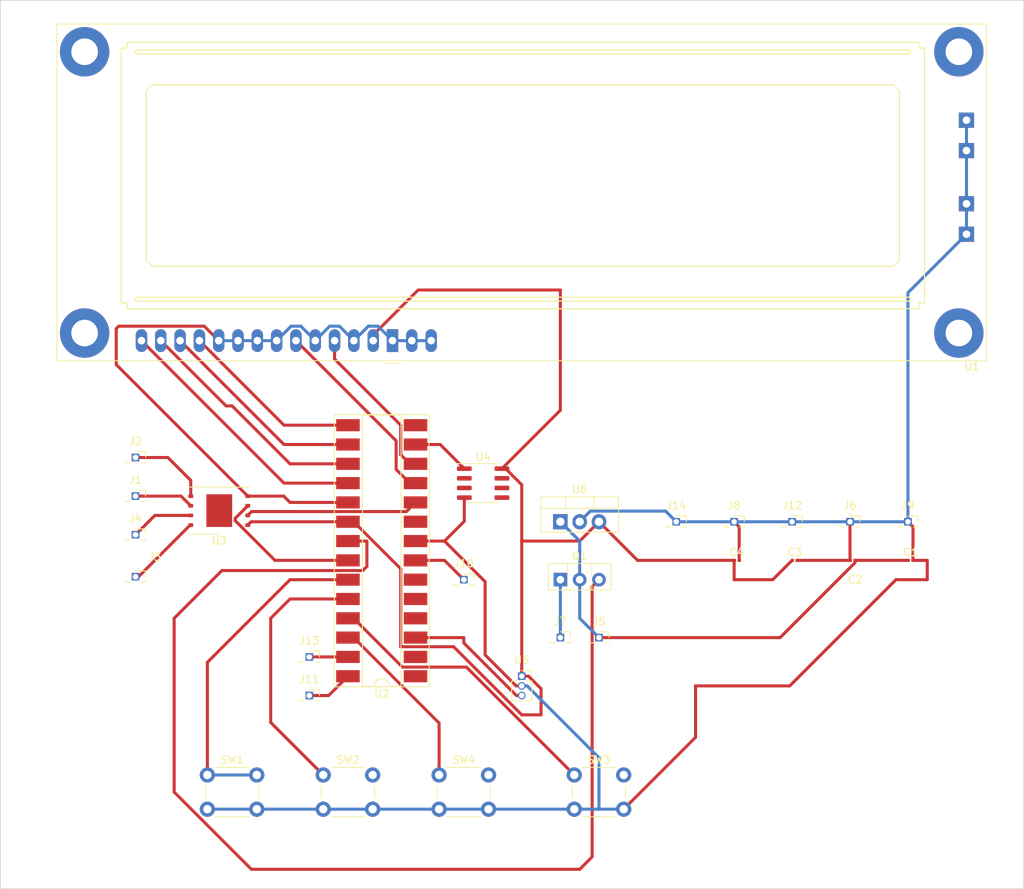
<source format=kicad_pcb>
(kicad_pcb (version 20221018) (generator pcbnew)
  (layers (0 "F.Cu" signal) (31 "B.Cu" signal) (34 "B.Paste" user) (35 "F.Paste" user) (36 "B.SilkS" user "B.Silkscreen") (37 "F.SilkS" user "F.Silkscreen") (38 "B.Mask" user) (39 "F.Mask" user) (44 "Edge.Cuts" user))
  (net 0 "")
  (net 1 "GND")
  (net 2 "+12V")
  (net 3 "Net-(Q1-B)")
  (net 4 "Net-(U2-P1C{slash}AN10{slash}RB1)")
  (net 5 "Net-(U2-P1B{slash}AN8{slash}RB2)")
  (net 6 "Net-(U2-PGM{slash}C12IN2-{slash}AN8{slash}RB3)")
  (net 7 "Net-(U2-P1D{slash}AN11{slash}RB4)")
  (net 8 "Net-(U1-RS)")
  (net 9 "Net-(U1-E)")
  (net 10 "Net-(U1-DB4)")
  (net 11 "Net-(U1-DB5)")
  (net 12 "Net-(U1-DB6)")
  (net 13 "Net-(U1-DB7)")
  (net 16 "Net-(U2-C12IN1-{slash}AN1{slash}RA1)")
  (net 20 "Net-(U2-CLKOUT{slash}OSC2{slash}RA6)")
  (net 27 "Net-(U1-VDD)")
  (net 28 "Net-(J1-Pin_1)")
  (net 29 "Net-(J2-Pin_1)")
  (net 30 "Net-(J3-Pin_1)")
  (net 31 "Net-(J4-Pin_1)")
  (net 32 "Net-(J7-Pin_1)")
  (net 33 "Net-(J10-Pin_1)")
  (net 34 "Net-(J11-Pin_1)")
  (net 35 "Net-(J13-Pin_1)")
  (net 36 "Net-(U2-RC2{slash}P1A{slash}CCP1)")
  (net 37 "Net-(U2-~{T1G}{slash}AN13{slash}RB5)")
  (footprint "Package_TO_SOT_THT:TO-126-3_Vertical" (layer "F.Cu") (at 195.58 93.98)
    (fp_text reference "Q1" (at 2.54 -3.12) (layer "F.SilkS"))
    (fp_text value "BD135")
    (fp_line (start -1.58 -2.12) (end -1.58 1.37) (stroke (width 0.12)) (layer "F.SilkS"))
    (fp_line (start -1.58 -2.12) (end 6.66 -2.12) (stroke (width 0.12)) (layer "F.SilkS"))
    (fp_line (start -1.58 1.37) (end 6.66 1.37) (stroke (width 0.12)) (layer "F.SilkS"))
    (fp_line (start 0.94 -2.12) (end 0.94 -1.05) (stroke (width 0.12)) (layer "F.SilkS"))
    (fp_line (start 0.94 1.05) (end 0.94 1.37) (stroke (width 0.12)) (layer "F.SilkS"))
    (fp_line (start 4.141 -2.12) (end 4.141 -0.54) (stroke (width 0.12)) (layer "F.SilkS"))
    (fp_line (start 4.141 0.54) (end 4.141 1.37) (stroke (width 0.12)) (layer "F.SilkS"))
    (fp_line (start 6.66 -2.12) (end 6.66 1.37) (stroke (width 0.12)) (layer "F.SilkS"))
    (pad "1" thru_hole rect (at 0 0) (size 1.8 1.8) (drill 1) (layers "*.Cu" "*.Mask") (net 32 "Net-(J7-Pin_1)"))
    (pad "2" thru_hole oval (at 2.54 0) (size 1.8 1.8) (drill 1) (layers "*.Cu" "*.Mask") (net 2 "+12V"))
    (pad "3" thru_hole oval (at 5.08 0) (size 1.8 1.8) (drill 1) (layers "*.Cu" "*.Mask") (net 3 "Net-(Q1-B)"))
  )
  (footprint "Connector_PinSocket_1.27mm:PinSocket_1x01_P1.27mm_Vertical" (layer "F.Cu") (at 139.7 82.99)
    (fp_text reference "J1" (at 0 -2.135) (layer "F.SilkS"))
    (fp_text value "110V")
    (fp_line (start -1.33 0.575) (end -1.33 0.695) (stroke (width 0.12)) (layer "F.SilkS"))
    (fp_line (start -1.33 0.695) (end -0.76 0.695) (stroke (width 0.12)) (layer "F.SilkS"))
    (fp_line (start 0 -0.76) (end 1.33 -0.76) (stroke (width 0.12)) (layer "F.SilkS"))
    (fp_line (start 0.76 0.695) (end 1.33 0.695) (stroke (width 0.12)) (layer "F.SilkS"))
    (fp_line (start 1.33 -0.76) (end 1.33 0) (stroke (width 0.12)) (layer "F.SilkS"))
    (fp_line (start 1.33 0.575) (end 1.33 0.695) (stroke (width 0.12)) (layer "F.SilkS"))
    (pad "1" thru_hole rect (at 0 0) (size 1 1) (drill 0.7) (layers "*.Cu" "*.Mask") (net 28 "Net-(J1-Pin_1)"))
  )
  (footprint "Button_Switch_THT:SW_PUSH_6mm" (layer "F.Cu") (at 149.15 119.67)
    (fp_text reference "SW1" (at 3.25 -2) (layer "F.SilkS"))
    (fp_text value "SW_Push")
    (fp_line (start -0.25 1.5) (end -0.25 3) (stroke (width 0.12)) (layer "F.SilkS"))
    (fp_line (start 1 5.5) (end 5.5 5.5) (stroke (width 0.12)) (layer "F.SilkS"))
    (fp_line (start 5.5 -1) (end 1 -1) (stroke (width 0.12)) (layer "F.SilkS"))
    (fp_line (start 6.75 3) (end 6.75 1.5) (stroke (width 0.12)) (layer "F.SilkS"))
    (pad "1" thru_hole circle (at 0 0 90) (size 2 2) (drill 1.1) (layers "*.Cu" "*.Mask") (net 5 "Net-(U2-P1B{slash}AN8{slash}RB2)"))
    (pad "1" thru_hole circle (at 6.5 0 90) (size 2 2) (drill 1.1) (layers "*.Cu" "*.Mask") (net 5 "Net-(U2-P1B{slash}AN8{slash}RB2)"))
    (pad "2" thru_hole circle (at 0 4.5 90) (size 2 2) (drill 1.1) (layers "*.Cu" "*.Mask") (net 1 "GND"))
    (pad "2" thru_hole circle (at 6.5 4.5 90) (size 2 2) (drill 1.1) (layers "*.Cu" "*.Mask") (net 1 "GND"))
  )
  (footprint "Button_Switch_THT:SW_PUSH_6mm" (layer "F.Cu") (at 179.63 119.67)
    (fp_text reference "SW4" (at 3.25 -2) (layer "F.SilkS"))
    (fp_text value "SW_Push")
    (fp_line (start -0.25 1.5) (end -0.25 3) (stroke (width 0.12)) (layer "F.SilkS"))
    (fp_line (start 1 5.5) (end 5.5 5.5) (stroke (width 0.12)) (layer "F.SilkS"))
    (fp_line (start 5.5 -1) (end 1 -1) (stroke (width 0.12)) (layer "F.SilkS"))
    (fp_line (start 6.75 3) (end 6.75 1.5) (stroke (width 0.12)) (layer "F.SilkS"))
    (pad "1" thru_hole circle (at 0 0 90) (size 2 2) (drill 1.1) (layers "*.Cu" "*.Mask") (net 37 "Net-(U2-~{T1G}{slash}AN13{slash}RB5)"))
    (pad "1" thru_hole circle (at 6.5 0 90) (size 2 2) (drill 1.1) (layers "*.Cu" "*.Mask") (net 37 "Net-(U2-~{T1G}{slash}AN13{slash}RB5)"))
    (pad "2" thru_hole circle (at 0 4.5 90) (size 2 2) (drill 1.1) (layers "*.Cu" "*.Mask") (net 1 "GND"))
    (pad "2" thru_hole circle (at 6.5 4.5 90) (size 2 2) (drill 1.1) (layers "*.Cu" "*.Mask") (net 1 "GND"))
  )
  (footprint "Button_Switch_THT:SW_PUSH_6mm" (layer "F.Cu") (at 197.41 119.67)
    (fp_text reference "SW3" (at 3.25 -2) (layer "F.SilkS"))
    (fp_text value "SW_Push")
    (fp_line (start -0.25 1.5) (end -0.25 3) (stroke (width 0.12)) (layer "F.SilkS"))
    (fp_line (start 1 5.5) (end 5.5 5.5) (stroke (width 0.12)) (layer "F.SilkS"))
    (fp_line (start 5.5 -1) (end 1 -1) (stroke (width 0.12)) (layer "F.SilkS"))
    (fp_line (start 6.75 3) (end 6.75 1.5) (stroke (width 0.12)) (layer "F.SilkS"))
    (pad "1" thru_hole circle (at 0 0 90) (size 2 2) (drill 1.1) (layers "*.Cu" "*.Mask") (net 7 "Net-(U2-P1D{slash}AN11{slash}RB4)"))
    (pad "1" thru_hole circle (at 6.5 0 90) (size 2 2) (drill 1.1) (layers "*.Cu" "*.Mask") (net 7 "Net-(U2-P1D{slash}AN11{slash}RB4)"))
    (pad "2" thru_hole circle (at 0 4.5 90) (size 2 2) (drill 1.1) (layers "*.Cu" "*.Mask") (net 1 "GND"))
    (pad "2" thru_hole circle (at 6.5 4.5 90) (size 2 2) (drill 1.1) (layers "*.Cu" "*.Mask") (net 1 "GND"))
  )
  (footprint "Connector_PinSocket_1.27mm:PinSocket_1x01_P1.27mm_Vertical" (layer "F.Cu") (at 139.7 93.59)
    (fp_text reference "J3" (at 2.54 -2.575) (layer "F.SilkS"))
    (fp_text value "Lampada-")
    (fp_line (start -1.33 0.575) (end -1.33 0.695) (stroke (width 0.12)) (layer "F.SilkS"))
    (fp_line (start -1.33 0.695) (end -0.76 0.695) (stroke (width 0.12)) (layer "F.SilkS"))
    (fp_line (start 0 -0.76) (end 1.33 -0.76) (stroke (width 0.12)) (layer "F.SilkS"))
    (fp_line (start 0.76 0.695) (end 1.33 0.695) (stroke (width 0.12)) (layer "F.SilkS"))
    (fp_line (start 1.33 -0.76) (end 1.33 0) (stroke (width 0.12)) (layer "F.SilkS"))
    (fp_line (start 1.33 0.575) (end 1.33 0.695) (stroke (width 0.12)) (layer "F.SilkS"))
    (pad "1" thru_hole rect (at 0 0) (size 1 1) (drill 0.7) (layers "*.Cu" "*.Mask") (net 30 "Net-(J3-Pin_1)"))
  )
  (footprint "Capacitor_SMD:C_0201_0603Metric" (layer "F.Cu") (at 226.405 91.44)
    (fp_text reference "C3" (at 0 -1.05) (layer "F.SilkS"))
    (fp_text value "0.1uf")
    (pad "1" smd roundrect (at -0.32 0) (size 0.46 0.4) (layers "F.Cu" "F.Mask") (net 27 "Net-(U1-VDD)"))
    (pad "2" smd roundrect (at 0.32 0) (size 0.46 0.4) (layers "F.Cu" "F.Mask") (net 1 "GND"))
  )
  (footprint "Capacitor_SMD:C_0201_0603Metric" (layer "F.Cu") (at 234.025 91.44 180)
    (fp_text reference "C2" (at -0.345 -2.54) (layer "F.SilkS"))
    (fp_text value "0.1uf")
    (pad "1" smd roundrect (at -0.32 0 180) (size 0.46 0.4) (layers "F.Cu" "F.Mask") (net 2 "+12V"))
    (pad "2" smd roundrect (at 0.32 0 180) (size 0.46 0.4) (layers "F.Cu" "F.Mask") (net 1 "GND"))
  )
  (footprint "Connector_PinSocket_1.27mm:PinSocket_1x01_P1.27mm_Vertical" (layer "F.Cu") (at 233.68 86.36)
    (fp_text reference "J6" (at 0 -2.135) (layer "F.SilkS"))
    (fp_text value "GND")
    (fp_line (start -1.33 0.575) (end -1.33 0.695) (stroke (width 0.12)) (layer "F.SilkS"))
    (fp_line (start -1.33 0.695) (end -0.76 0.695) (stroke (width 0.12)) (layer "F.SilkS"))
    (fp_line (start 0 -0.76) (end 1.33 -0.76) (stroke (width 0.12)) (layer "F.SilkS"))
    (fp_line (start 0.76 0.695) (end 1.33 0.695) (stroke (width 0.12)) (layer "F.SilkS"))
    (fp_line (start 1.33 -0.76) (end 1.33 0) (stroke (width 0.12)) (layer "F.SilkS"))
    (fp_line (start 1.33 0.575) (end 1.33 0.695) (stroke (width 0.12)) (layer "F.SilkS"))
    (pad "1" thru_hole rect (at 0 0) (size 1 1) (drill 0.7) (layers "*.Cu" "*.Mask") (net 1 "GND"))
  )
  (footprint "Connector_PinSocket_1.27mm:PinSocket_1x01_P1.27mm_Vertical" (layer "F.Cu") (at 139.7 77.91)
    (fp_text reference "J2" (at 0 -2.135) (layer "F.SilkS"))
    (fp_text value "GNDAC")
    (fp_line (start -1.33 0.575) (end -1.33 0.695) (stroke (width 0.12)) (layer "F.SilkS"))
    (fp_line (start -1.33 0.695) (end -0.76 0.695) (stroke (width 0.12)) (layer "F.SilkS"))
    (fp_line (start 0 -0.76) (end 1.33 -0.76) (stroke (width 0.12)) (layer "F.SilkS"))
    (fp_line (start 0.76 0.695) (end 1.33 0.695) (stroke (width 0.12)) (layer "F.SilkS"))
    (fp_line (start 1.33 -0.76) (end 1.33 0) (stroke (width 0.12)) (layer "F.SilkS"))
    (fp_line (start 1.33 0.575) (end 1.33 0.695) (stroke (width 0.12)) (layer "F.SilkS"))
    (pad "1" thru_hole rect (at 0 0) (size 1 1) (drill 0.7) (layers "*.Cu" "*.Mask") (net 29 "Net-(J2-Pin_1)"))
  )
  (footprint "Connector_PinSocket_1.27mm:PinSocket_1x01_P1.27mm_Vertical" (layer "F.Cu") (at 226.06 86.36)
    (fp_text reference "J12" (at 0 -2.135) (layer "F.SilkS"))
    (fp_text value "Heater-")
    (fp_line (start -1.33 0.575) (end -1.33 0.695) (stroke (width 0.12)) (layer "F.SilkS"))
    (fp_line (start -1.33 0.695) (end -0.76 0.695) (stroke (width 0.12)) (layer "F.SilkS"))
    (fp_line (start 0 -0.76) (end 1.33 -0.76) (stroke (width 0.12)) (layer "F.SilkS"))
    (fp_line (start 0.76 0.695) (end 1.33 0.695) (stroke (width 0.12)) (layer "F.SilkS"))
    (fp_line (start 1.33 -0.76) (end 1.33 0) (stroke (width 0.12)) (layer "F.SilkS"))
    (fp_line (start 1.33 0.575) (end 1.33 0.695) (stroke (width 0.12)) (layer "F.SilkS"))
    (pad "1" thru_hole rect (at 0 0) (size 1 1) (drill 0.7) (layers "*.Cu" "*.Mask") (net 1 "GND"))
  )
  (footprint "Connector_PinSocket_1.27mm:PinSocket_1x01_P1.27mm_Vertical" (layer "F.Cu") (at 218.44 86.36)
    (fp_text reference "J8" (at 0 -2.135) (layer "F.SilkS"))
    (fp_text value "Motor-")
    (fp_line (start -1.33 0.575) (end -1.33 0.695) (stroke (width 0.12)) (layer "F.SilkS"))
    (fp_line (start -1.33 0.695) (end -0.76 0.695) (stroke (width 0.12)) (layer "F.SilkS"))
    (fp_line (start 0 -0.76) (end 1.33 -0.76) (stroke (width 0.12)) (layer "F.SilkS"))
    (fp_line (start 0.76 0.695) (end 1.33 0.695) (stroke (width 0.12)) (layer "F.SilkS"))
    (fp_line (start 1.33 -0.76) (end 1.33 0) (stroke (width 0.12)) (layer "F.SilkS"))
    (fp_line (start 1.33 0.575) (end 1.33 0.695) (stroke (width 0.12)) (layer "F.SilkS"))
    (pad "1" thru_hole rect (at 0 0) (size 1 1) (drill 0.7) (layers "*.Cu" "*.Mask") (net 1 "GND"))
  )
  (footprint "Connector_PinSocket_1.27mm:PinSocket_1x01_P1.27mm_Vertical" (layer "F.Cu") (at 200.66 101.6)
    (fp_text reference "J5" (at 0 -2.135) (layer "F.SilkS"))
    (fp_text value "12V")
    (fp_line (start -1.33 0.575) (end -1.33 0.695) (stroke (width 0.12)) (layer "F.SilkS"))
    (fp_line (start -1.33 0.695) (end -0.76 0.695) (stroke (width 0.12)) (layer "F.SilkS"))
    (fp_line (start 0 -0.76) (end 1.33 -0.76) (stroke (width 0.12)) (layer "F.SilkS"))
    (fp_line (start 0.76 0.695) (end 1.33 0.695) (stroke (width 0.12)) (layer "F.SilkS"))
    (fp_line (start 1.33 -0.76) (end 1.33 0) (stroke (width 0.12)) (layer "F.SilkS"))
    (fp_line (start 1.33 0.575) (end 1.33 0.695) (stroke (width 0.12)) (layer "F.SilkS"))
    (pad "1" thru_hole rect (at 0 0) (size 1 1) (drill 0.7) (layers "*.Cu" "*.Mask") (net 2 "+12V"))
  )
  (footprint "Capacitor_SMD:C_0201_0603Metric" (layer "F.Cu") (at 241.645 91.44)
    (fp_text reference "C1" (at 0 -1.05) (layer "F.SilkS"))
    (fp_text value "470uf")
    (pad "1" smd roundrect (at -0.32 0) (size 0.46 0.4) (layers "F.Cu" "F.Mask") (net 2 "+12V"))
    (pad "2" smd roundrect (at 0.32 0) (size 0.46 0.4) (layers "F.Cu" "F.Mask") (net 1 "GND"))
  )
  (footprint "Connector_PinSocket_1.27mm:PinSocket_1x01_P1.27mm_Vertical" (layer "F.Cu") (at 162.56 104.14)
    (fp_text reference "J13" (at 0 -2.135) (layer "F.SilkS"))
    (fp_text value "luminosidade+")
    (fp_line (start -1.33 0.575) (end -1.33 0.695) (stroke (width 0.12)) (layer "F.SilkS"))
    (fp_line (start -1.33 0.695) (end -0.76 0.695) (stroke (width 0.12)) (layer "F.SilkS"))
    (fp_line (start 0 -0.76) (end 1.33 -0.76) (stroke (width 0.12)) (layer "F.SilkS"))
    (fp_line (start 0.76 0.695) (end 1.33 0.695) (stroke (width 0.12)) (layer "F.SilkS"))
    (fp_line (start 1.33 -0.76) (end 1.33 0) (stroke (width 0.12)) (layer "F.SilkS"))
    (fp_line (start 1.33 0.575) (end 1.33 0.695) (stroke (width 0.12)) (layer "F.SilkS"))
    (pad "1" thru_hole rect (at 0 0) (size 1 1) (drill 0.7) (layers "*.Cu" "*.Mask") (net 35 "Net-(J13-Pin_1)"))
  )
  (footprint "Connector_PinSocket_1.27mm:PinSocket_1x01_P1.27mm_Vertical" (layer "F.Cu") (at 139.7 88.07)
    (fp_text reference "J4" (at 0 -2.135) (layer "F.SilkS"))
    (fp_text value "Lampada+")
    (fp_line (start -1.33 0.575) (end -1.33 0.695) (stroke (width 0.12)) (layer "F.SilkS"))
    (fp_line (start -1.33 0.695) (end -0.76 0.695) (stroke (width 0.12)) (layer "F.SilkS"))
    (fp_line (start 0 -0.76) (end 1.33 -0.76) (stroke (width 0.12)) (layer "F.SilkS"))
    (fp_line (start 0.76 0.695) (end 1.33 0.695) (stroke (width 0.12)) (layer "F.SilkS"))
    (fp_line (start 1.33 -0.76) (end 1.33 0) (stroke (width 0.12)) (layer "F.SilkS"))
    (fp_line (start 1.33 0.575) (end 1.33 0.695) (stroke (width 0.12)) (layer "F.SilkS"))
    (pad "1" thru_hole rect (at 0 0) (size 1 1) (drill 0.7) (layers "*.Cu" "*.Mask") (net 31 "Net-(J4-Pin_1)"))
  )
  (footprint "Button_Switch_THT:SW_PUSH_6mm" (layer "F.Cu") (at 164.39 119.67)
    (fp_text reference "SW2" (at 3.25 -2) (layer "F.SilkS"))
    (fp_text value "SW_Push")
    (fp_line (start -0.25 1.5) (end -0.25 3) (stroke (width 0.12)) (layer "F.SilkS"))
    (fp_line (start 1 5.5) (end 5.5 5.5) (stroke (width 0.12)) (layer "F.SilkS"))
    (fp_line (start 5.5 -1) (end 1 -1) (stroke (width 0.12)) (layer "F.SilkS"))
    (fp_line (start 6.75 3) (end 6.75 1.5) (stroke (width 0.12)) (layer "F.SilkS"))
    (pad "1" thru_hole circle (at 0 0 90) (size 2 2) (drill 1.1) (layers "*.Cu" "*.Mask") (net 6 "Net-(U2-PGM{slash}C12IN2-{slash}AN8{slash}RB3)"))
    (pad "1" thru_hole circle (at 6.5 0 90) (size 2 2) (drill 1.1) (layers "*.Cu" "*.Mask") (net 6 "Net-(U2-PGM{slash}C12IN2-{slash}AN8{slash}RB3)"))
    (pad "2" thru_hole circle (at 0 4.5 90) (size 2 2) (drill 1.1) (layers "*.Cu" "*.Mask") (net 1 "GND"))
    (pad "2" thru_hole circle (at 6.5 4.5 90) (size 2 2) (drill 1.1) (layers "*.Cu" "*.Mask") (net 1 "GND"))
  )
  (footprint "Connector_PinSocket_1.27mm:PinSocket_1x01_P1.27mm_Vertical" (layer "F.Cu") (at 241.3 86.36)
    (fp_text reference "J9" (at 0 -2.135) (layer "F.SilkS"))
    (fp_text value "Cooler-")
    (fp_line (start -1.33 0.575) (end -1.33 0.695) (stroke (width 0.12)) (layer "F.SilkS"))
    (fp_line (start -1.33 0.695) (end -0.76 0.695) (stroke (width 0.12)) (layer "F.SilkS"))
    (fp_line (start 0 -0.76) (end 1.33 -0.76) (stroke (width 0.12)) (layer "F.SilkS"))
    (fp_line (start 0.76 0.695) (end 1.33 0.695) (stroke (width 0.12)) (layer "F.SilkS"))
    (fp_line (start 1.33 -0.76) (end 1.33 0) (stroke (width 0.12)) (layer "F.SilkS"))
    (fp_line (start 1.33 0.575) (end 1.33 0.695) (stroke (width 0.12)) (layer "F.SilkS"))
    (pad "1" thru_hole rect (at 0 0) (size 1 1) (drill 0.7) (layers "*.Cu" "*.Mask") (net 1 "GND"))
  )
  (footprint "Connector_PinSocket_1.27mm:PinSocket_1x01_P1.27mm_Vertical" (layer "F.Cu") (at 210.82 86.36)
    (fp_text reference "J14" (at 0 -2.135) (layer "F.SilkS"))
    (fp_text value "luminosidade-")
    (fp_line (start -1.33 0.575) (end -1.33 0.695) (stroke (width 0.12)) (layer "F.SilkS"))
    (fp_line (start -1.33 0.695) (end -0.76 0.695) (stroke (width 0.12)) (layer "F.SilkS"))
    (fp_line (start 0 -0.76) (end 1.33 -0.76) (stroke (width 0.12)) (layer "F.SilkS"))
    (fp_line (start 0.76 0.695) (end 1.33 0.695) (stroke (width 0.12)) (layer "F.SilkS"))
    (fp_line (start 1.33 -0.76) (end 1.33 0) (stroke (width 0.12)) (layer "F.SilkS"))
    (fp_line (start 1.33 0.575) (end 1.33 0.695) (stroke (width 0.12)) (layer "F.SilkS"))
    (pad "1" thru_hole rect (at 0 0) (size 1 1) (drill 0.7) (layers "*.Cu" "*.Mask") (net 1 "GND"))
  )
  (footprint "Connector_PinSocket_1.27mm:PinSocket_1x01_P1.27mm_Vertical" (layer "F.Cu") (at 195.58 101.6)
    (fp_text reference "J7" (at 0 -2.135) (layer "F.SilkS"))
    (fp_text value "Motor+")
    (fp_line (start -1.33 0.575) (end -1.33 0.695) (stroke (width 0.12)) (layer "F.SilkS"))
    (fp_line (start -1.33 0.695) (end -0.76 0.695) (stroke (width 0.12)) (layer "F.SilkS"))
    (fp_line (start 0 -0.76) (end 1.33 -0.76) (stroke (width 0.12)) (layer "F.SilkS"))
    (fp_line (start 0.76 0.695) (end 1.33 0.695) (stroke (width 0.12)) (layer "F.SilkS"))
    (fp_line (start 1.33 -0.76) (end 1.33 0) (stroke (width 0.12)) (layer "F.SilkS"))
    (fp_line (start 1.33 0.575) (end 1.33 0.695) (stroke (width 0.12)) (layer "F.SilkS"))
    (pad "1" thru_hole rect (at 0 0) (size 1 1) (drill 0.7) (layers "*.Cu" "*.Mask") (net 32 "Net-(J7-Pin_1)"))
  )
  (footprint "Connector_PinSocket_1.27mm:PinSocket_1x03_P1.27mm_Vertical" (layer "F.Cu") (at 190.5 106.68)
    (fp_text reference "U5" (at 0 -2.135) (layer "F.SilkS"))
    (fp_text value "~")
    (fp_line (start -1.33 0.635) (end -1.33 3.235) (stroke (width 0.12)) (layer "F.SilkS"))
    (fp_line (start -1.33 0.635) (end -0.76 0.635) (stroke (width 0.12)) (layer "F.SilkS"))
    (fp_line (start -1.33 3.235) (end -0.30753 3.235) (stroke (width 0.12)) (layer "F.SilkS"))
    (fp_line (start 0 -0.76) (end 1.33 -0.76) (stroke (width 0.12)) (layer "F.SilkS"))
    (fp_line (start 0.30753 3.235) (end 1.33 3.235) (stroke (width 0.12)) (layer "F.SilkS"))
    (fp_line (start 0.76 0.635) (end 1.33 0.635) (stroke (width 0.12)) (layer "F.SilkS"))
    (fp_line (start 1.33 -0.76) (end 1.33 0) (stroke (width 0.12)) (layer "F.SilkS"))
    (fp_line (start 1.33 0.635) (end 1.33 3.235) (stroke (width 0.12)) (layer "F.SilkS"))
    (pad "1" thru_hole rect (at 0 0) (size 1 1) (drill 0.7) (layers "*.Cu" "*.Mask") (net 27 "Net-(U1-VDD)"))
    (pad "2" thru_hole oval (at 0 1.27) (size 1 1) (drill 0.7) (layers "*.Cu" "*.Mask") (net 1 "GND"))
    (pad "3" thru_hole oval (at 0 2.54) (size 1 1) (drill 0.7) (layers "*.Cu" "*.Mask") (net 16 "Net-(U2-C12IN1-{slash}AN1{slash}RA1)"))
  )
  (footprint "Connector_PinSocket_1.27mm:PinSocket_1x01_P1.27mm_Vertical" (layer "F.Cu") (at 182.88 93.98)
    (fp_text reference "J10" (at 0 -2.135) (layer "F.SilkS"))
    (fp_text value "Cooler+")
    (fp_line (start -1.33 0.575) (end -1.33 0.695) (stroke (width 0.12)) (layer "F.SilkS"))
    (fp_line (start -1.33 0.695) (end -0.76 0.695) (stroke (width 0.12)) (layer "F.SilkS"))
    (fp_line (start 0 -0.76) (end 1.33 -0.76) (stroke (width 0.12)) (layer "F.SilkS"))
    (fp_line (start 0.76 0.695) (end 1.33 0.695) (stroke (width 0.12)) (layer "F.SilkS"))
    (fp_line (start 1.33 -0.76) (end 1.33 0) (stroke (width 0.12)) (layer "F.SilkS"))
    (fp_line (start 1.33 0.575) (end 1.33 0.695) (stroke (width 0.12)) (layer "F.SilkS"))
    (pad "1" thru_hole rect (at 0 0) (size 1 1) (drill 0.7) (layers "*.Cu" "*.Mask") (net 33 "Net-(J10-Pin_1)"))
  )
  (footprint "Package_TO_SOT_THT:TO-220-3_Vertical" (layer "F.Cu") (at 195.58 86.36)
    (fp_text reference "U6" (at 2.54 -4.27) (layer "F.SilkS"))
    (fp_text value "LM7805_TO220")
    (fp_line (start -2.58 -3.27) (end -2.58 1.371) (stroke (width 0.12)) (layer "F.SilkS"))
    (fp_line (start -2.58 -3.27) (end 7.66 -3.27) (stroke (width 0.12)) (layer "F.SilkS"))
    (fp_line (start -2.58 -1.76) (end 7.66 -1.76) (stroke (width 0.12)) (layer "F.SilkS"))
    (fp_line (start -2.58 1.371) (end 7.66 1.371) (stroke (width 0.12)) (layer "F.SilkS"))
    (fp_line (start 0.69 -3.27) (end 0.69 -1.76) (stroke (width 0.12)) (layer "F.SilkS"))
    (fp_line (start 4.391 -3.27) (end 4.391 -1.76) (stroke (width 0.12)) (layer "F.SilkS"))
    (fp_line (start 7.66 -3.27) (end 7.66 1.371) (stroke (width 0.12)) (layer "F.SilkS"))
    (pad "1" thru_hole rect (at 0 0) (size 1.905 2) (drill 1.1) (layers "*.Cu" "*.Mask") (net 2 "+12V"))
    (pad "2" thru_hole oval (at 2.54 0) (size 1.905 2) (drill 1.1) (layers "*.Cu" "*.Mask") (net 1 "GND"))
    (pad "3" thru_hole oval (at 5.08 0) (size 1.905 2) (drill 1.1) (layers "*.Cu" "*.Mask") (net 27 "Net-(U1-VDD)"))
  )
  (footprint "Package_SO:SOIC-8_3.9x4.9mm_P1.27mm" (layer "F.Cu") (at 185.42 81.28)
    (fp_text reference "U4" (at 0 -3.4) (layer "F.SilkS"))
    (fp_text value "LM35-D")
    (fp_line (start 0 -2.56) (end -3.45 -2.56) (stroke (width 0.12)) (layer "F.SilkS"))
    (fp_line (start 0 -2.56) (end 1.95 -2.56) (stroke (width 0.12)) (layer "F.SilkS"))
    (fp_line (start 0 2.56) (end -1.95 2.56) (stroke (width 0.12)) (layer "F.SilkS"))
    (fp_line (start 0 2.56) (end 1.95 2.56) (stroke (width 0.12)) (layer "F.SilkS"))
    (pad "1" smd roundrect (at -2.475 -1.905) (size 1.95 0.6) (layers "F.Cu" "F.Paste" "F.Mask") (net 36 "Net-(U2-RC2{slash}P1A{slash}CCP1)"))
    (pad "2" smd roundrect (at -2.475 -0.635) (size 1.95 0.6) (layers "F.Cu" "F.Paste" "F.Mask"))
    (pad "3" smd roundrect (at -2.475 0.635) (size 1.95 0.6) (layers "F.Cu" "F.Paste" "F.Mask"))
    (pad "4" smd roundrect (at -2.475 1.905) (size 1.95 0.6) (layers "F.Cu" "F.Paste" "F.Mask") (net 1 "GND"))
    (pad "5" smd roundrect (at 2.475 1.905) (size 1.95 0.6) (layers "F.Cu" "F.Paste" "F.Mask"))
    (pad "6" smd roundrect (at 2.475 0.635) (size 1.95 0.6) (layers "F.Cu" "F.Paste" "F.Mask"))
    (pad "7" smd roundrect (at 2.475 -0.635) (size 1.95 0.6) (layers "F.Cu" "F.Paste" "F.Mask"))
    (pad "8" smd roundrect (at 2.475 -1.905) (size 1.95 0.6) (layers "F.Cu" "F.Paste" "F.Mask") (net 27 "Net-(U1-VDD)"))
  )
  (footprint "Package_DIP:DIP-28_W8.89mm_SMDSocket_LongPads" (layer "F.Cu") (at 172.085 90.17 180)
    (fp_text reference "U2" (at 0 -18.84) (layer "F.SilkS"))
    (fp_text value "PIC16F886-IP")
    (fp_line (start -6.235 -17.9) (end -6.235 17.9) (stroke (width 0.12)) (layer "F.SilkS"))
    (fp_line (start -6.235 17.9) (end 6.235 17.9) (stroke (width 0.12)) (layer "F.SilkS"))
    (fp_line (start -2.535 -17.84) (end -2.535 17.84) (stroke (width 0.12)) (layer "F.SilkS"))
    (fp_line (start -2.535 17.84) (end 2.535 17.84) (stroke (width 0.12)) (layer "F.SilkS"))
    (fp_line (start -1 -17.84) (end -2.535 -17.84) (stroke (width 0.12)) (layer "F.SilkS"))
    (fp_line (start 2.535 -17.84) (end 1 -17.84) (stroke (width 0.12)) (layer "F.SilkS"))
    (fp_line (start 2.535 17.84) (end 2.535 -17.84) (stroke (width 0.12)) (layer "F.SilkS"))
    (fp_line (start 6.235 -17.9) (end -6.235 -17.9) (stroke (width 0.12)) (layer "F.SilkS"))
    (fp_line (start 6.235 17.9) (end 6.235 -17.9) (stroke (width 0.12)) (layer "F.SilkS"))
    (fp_arc (start 1 -17.84) (mid 0 -16.84) (end -1 -17.84) (stroke (width 0.12)) (layer "F.SilkS"))
    (pad "1" smd rect (at -4.445 -16.51 180) (size 3.1 1.6) (layers "F.Cu" "F.Paste" "F.Mask"))
    (pad "2" smd rect (at -4.445 -13.97 180) (size 3.1 1.6) (layers "F.Cu" "F.Paste" "F.Mask"))
    (pad "3" smd rect (at -4.445 -11.43 180) (size 3.1 1.6) (layers "F.Cu" "F.Paste" "F.Mask") (net 16 "Net-(U2-C12IN1-{slash}AN1{slash}RA1)"))
    (pad "4" smd rect (at -4.445 -8.89 180) (size 3.1 1.6) (layers "F.Cu" "F.Paste" "F.Mask"))
    (pad "5" smd rect (at -4.445 -6.35 180) (size 3.1 1.6) (layers "F.Cu" "F.Paste" "F.Mask"))
    (pad "6" smd rect (at -4.445 -3.81 180) (size 3.1 1.6) (layers "F.Cu" "F.Paste" "F.Mask"))
    (pad "7" smd rect (at -4.445 -1.27 180) (size 3.1 1.6) (layers "F.Cu" "F.Paste" "F.Mask") (net 33 "Net-(J10-Pin_1)"))
    (pad "8" smd rect (at -4.445 1.27 180) (size 3.1 1.6) (layers "F.Cu" "F.Paste" "F.Mask") (net 1 "GND"))
    (pad "9" smd rect (at -4.445 3.81 180) (size 3.1 1.6) (layers "F.Cu" "F.Paste" "F.Mask"))
    (pad "10" smd rect (at -4.445 6.35 180) (size 3.1 1.6) (layers "F.Cu" "F.Paste" "F.Mask") (net 20 "Net-(U2-CLKOUT{slash}OSC2{slash}RA6)"))
    (pad "11" smd rect (at -4.445 8.89 180) (size 3.1 1.6) (layers "F.Cu" "F.Paste" "F.Mask") (net 9 "Net-(U1-E)"))
    (pad "12" smd rect (at -4.445 11.43 180) (size 3.1 1.6) (layers "F.Cu" "F.Paste" "F.Mask") (net 8 "Net-(U1-RS)"))
    (pad "13" smd rect (at -4.445 13.97 180) (size 3.1 1.6) (layers "F.Cu" "F.Paste" "F.Mask") (net 36 "Net-(U2-RC2{slash}P1A{slash}CCP1)"))
    (pad "14" smd rect (at -4.445 16.51 180) (size 3.1 1.6) (layers "F.Cu" "F.Paste" "F.Mask"))
    (pad "15" smd rect (at 4.445 16.51 180) (size 3.1 1.6) (layers "F.Cu" "F.Paste" "F.Mask") (net 10 "Net-(U1-DB4)"))
    (pad "16" smd rect (at 4.445 13.97 180) (size 3.1 1.6) (layers "F.Cu" "F.Paste" "F.Mask") (net 11 "Net-(U1-DB5)"))
    (pad "17" smd rect (at 4.445 11.43 180) (size 3.1 1.6) (layers "F.Cu" "F.Paste" "F.Mask") (net 12 "Net-(U1-DB6)"))
    (pad "18" smd rect (at 4.445 8.89 180) (size 3.1 1.6) (layers "F.Cu" "F.Paste" "F.Mask") (net 13 "Net-(U1-DB7)"))
    (pad "19" smd rect (at 4.445 6.35 180) (size 3.1 1.6) (layers "F.Cu" "F.Paste" "F.Mask") (net 1 "GND"))
    (pad "20" smd rect (at 4.445 3.81 180) (size 3.1 1.6) (layers "F.Cu" "F.Paste" "F.Mask") (net 27 "Net-(U1-VDD)"))
    (pad "21" smd rect (at 4.445 1.27 180) (size 3.1 1.6) (layers "F.Cu" "F.Paste" "F.Mask") (net 3 "Net-(Q1-B)"))
    (pad "22" smd rect (at 4.445 -1.27 180) (size 3.1 1.6) (layers "F.Cu" "F.Paste" "F.Mask") (net 4 "Net-(U2-P1C{slash}AN10{slash}RB1)"))
    (pad "23" smd rect (at 4.445 -3.81 180) (size 3.1 1.6) (layers "F.Cu" "F.Paste" "F.Mask") (net 5 "Net-(U2-P1B{slash}AN8{slash}RB2)"))
    (pad "24" smd rect (at 4.445 -6.35 180) (size 3.1 1.6) (layers "F.Cu" "F.Paste" "F.Mask") (net 6 "Net-(U2-PGM{slash}C12IN2-{slash}AN8{slash}RB3)"))
    (pad "25" smd rect (at 4.445 -8.89 180) (size 3.1 1.6) (layers "F.Cu" "F.Paste" "F.Mask") (net 7 "Net-(U2-P1D{slash}AN11{slash}RB4)"))
    (pad "26" smd rect (at 4.445 -11.43 180) (size 3.1 1.6) (layers "F.Cu" "F.Paste" "F.Mask") (net 37 "Net-(U2-~{T1G}{slash}AN13{slash}RB5)"))
    (pad "27" smd rect (at 4.445 -13.97 180) (size 3.1 1.6) (layers "F.Cu" "F.Paste" "F.Mask") (net 35 "Net-(J13-Pin_1)"))
    (pad "28" smd rect (at 4.445 -16.51 180) (size 3.1 1.6) (layers "F.Cu" "F.Paste" "F.Mask") (net 34 "Net-(J11-Pin_1)"))
  )
  (footprint "Connector_PinSocket_1.27mm:PinSocket_1x01_P1.27mm_Vertical" (layer "F.Cu") (at 162.56 109.22)
    (fp_text reference "J11" (at 0 -2.135) (layer "F.SilkS"))
    (fp_text value "Heater+")
    (fp_line (start -1.33 0.575) (end -1.33 0.695) (stroke (width 0.12)) (layer "F.SilkS"))
    (fp_line (start -1.33 0.695) (end -0.76 0.695) (stroke (width 0.12)) (layer "F.SilkS"))
    (fp_line (start 0 -0.76) (end 1.33 -0.76) (stroke (width 0.12)) (layer "F.SilkS"))
    (fp_line (start 0.76 0.695) (end 1.33 0.695) (stroke (width 0.12)) (layer "F.SilkS"))
    (fp_line (start 1.33 -0.76) (end 1.33 0) (stroke (width 0.12)) (layer "F.SilkS"))
    (fp_line (start 1.33 0.575) (end 1.33 0.695) (stroke (width 0.12)) (layer "F.SilkS"))
    (pad "1" thru_hole rect (at 0 0) (size 1 1) (drill 0.7) (layers "*.Cu" "*.Mask") (net 34 "Net-(J11-Pin_1)"))
  )
  (footprint "Package_SON:WSON-8-1EP_8x6mm_P1.27mm_EP3.4x4.3mm" (layer "F.Cu") (at 150.71 84.895 180)
    (fp_text reference "U3" (at 0 -3.95) (layer "F.SilkS"))
    (fp_text value "~")
    (fp_line (start -4 3.11) (end 4 3.11) (stroke (width 0.12)) (layer "F.SilkS"))
    (fp_line (start 0 -3.11) (end 4 -3.11) (stroke (width 0.12)) (layer "F.SilkS"))
    (pad "1" smd roundrect (at -3.75 -1.905 180) (size 0.65 0.5) (layers "F.Cu" "F.Paste" "F.Mask") (net 27 "Net-(U1-VDD)"))
    (pad "2" smd roundrect (at -3.75 -0.635 180) (size 0.65 0.5) (layers "F.Cu" "F.Paste" "F.Mask") (net 20 "Net-(U2-CLKOUT{slash}OSC2{slash}RA6)"))
    (pad "3" smd roundrect (at -3.75 0.635 180) (size 0.65 0.5) (layers "F.Cu" "F.Paste" "F.Mask") (net 4 "Net-(U2-P1C{slash}AN10{slash}RB1)"))
    (pad "4" smd roundrect (at -3.75 1.905 180) (size 0.65 0.5) (layers "F.Cu" "F.Paste" "F.Mask") (net 1 "GND"))
    (pad "5" smd roundrect (at 3.75 1.905 180) (size 0.65 0.5) (layers "F.Cu" "F.Paste" "F.Mask") (net 29 "Net-(J2-Pin_1)"))
    (pad "6" smd roundrect (at 3.75 0.635 180) (size 0.65 0.5) (layers "F.Cu" "F.Paste" "F.Mask") (net 28 "Net-(J1-Pin_1)"))
    (pad "7" smd roundrect (at 3.75 -0.635 180) (size 0.65 0.5) (layers "F.Cu" "F.Paste" "F.Mask") (net 31 "Net-(J4-Pin_1)"))
    (pad "8" smd roundrect (at 3.75 -1.905 180) (size 0.65 0.5) (layers "F.Cu" "F.Paste" "F.Mask") (net 30 "Net-(J3-Pin_1)"))
    (pad "9" smd rect (at 0 0 180) (size 3.4 4.3) (layers "F.Cu" "F.Mask"))
  )
  (footprint "Capacitor_SMD:C_0201_0603Metric" (layer "F.Cu") (at 218.785 91.44)
    (fp_text reference "C4" (at 0 -1.05) (layer "F.SilkS"))
    (fp_text value "220uf")
    (pad "1" smd roundrect (at -0.32 0) (size 0.46 0.4) (layers "F.Cu" "F.Mask") (net 27 "Net-(U1-VDD)"))
    (pad "2" smd roundrect (at 0.32 0) (size 0.46 0.4) (layers "F.Cu" "F.Mask") (net 1 "GND"))
  )
  (footprint "Display:LCD-016N002L" (layer "F.Cu") (at 173.5 62.5375 180)
    (fp_text reference "U1" (at -76.21 -3.41) (layer "F.SilkS"))
    (fp_text value "LCD-016N002L")
    (fp_line (start -78.14 -2.64) (end -78.14 41.64) (stroke (width 0.12)) (layer "F.SilkS"))
    (fp_line (start -78.14 41.64) (end 44.14 41.64) (stroke (width 0.12)) (layer "F.SilkS"))
    (fp_line (start -69.977 4.953) (end -69.977 38.481) (stroke (width 0.15)) (layer "F.SilkS"))
    (fp_line (start -69.215 4.191) (end -69.215 4.953) (stroke (width 0.15)) (layer "F.SilkS"))
    (fp_line (start -69.215 4.953) (end -69.977 4.953) (stroke (width 0.15)) (layer "F.SilkS"))
    (fp_line (start -69.215 38.481) (end -69.977 38.481) (stroke (width 0.15)) (layer "F.SilkS"))
    (fp_line (start -69.215 39.243) (end -69.215 38.481) (stroke (width 0.15)) (layer "F.SilkS"))
    (fp_line (start -69.215 39.243) (end 34.925 39.243) (stroke (width 0.15)) (layer "F.SilkS"))
    (fp_line (start -68.199 5.461) (end -67.945 5.715) (stroke (width 0.15)) (layer "F.SilkS"))
    (fp_line (start -68.199 37.973) (end -67.945 38.227) (stroke (width 0.15)) (layer "F.SilkS"))
    (fp_line (start -67.945 5.207) (end -68.199 5.461) (stroke (width 0.15)) (layer "F.SilkS"))
    (fp_line (start -67.945 5.715) (end 33.655 5.715) (stroke (width 0.15)) (layer "F.SilkS"))
    (fp_line (start -67.945 37.719) (end -68.199 37.973) (stroke (width 0.15)) (layer "F.SilkS"))
    (fp_line (start -67.945 38.227) (end 33.655 38.227) (stroke (width 0.15)) (layer "F.SilkS"))
    (fp_line (start -66.675 10.541) (end -65.913 9.779) (stroke (width 0.15)) (layer "F.SilkS"))
    (fp_line (start -66.675 32.893) (end -66.675 10.541) (stroke (width 0.15)) (layer "F.SilkS"))
    (fp_line (start -65.913 9.779) (end 31.623 9.779) (stroke (width 0.15)) (layer "F.SilkS"))
    (fp_line (start -65.913 33.655) (end -66.675 32.893) (stroke (width 0.15)) (layer "F.SilkS"))
    (fp_line (start -1 -3) (end 1 -3) (stroke (width 0.12)) (layer "F.SilkS"))
    (fp_line (start 31.623 9.779) (end 32.385 10.541) (stroke (width 0.15)) (layer "F.SilkS"))
    (fp_line (start 31.623 33.655) (end -65.913 33.655) (stroke (width 0.15)) (layer "F.SilkS"))
    (fp_line (start 32.385 10.541) (end 32.385 32.893) (stroke (width 0.15)) (layer "F.SilkS"))
    (fp_line (start 32.385 32.893) (end 31.623 33.655) (stroke (width 0.15)) (layer "F.SilkS"))
    (fp_line (start 33.655 5.207) (end -67.945 5.207) (stroke (width 0.15)) (layer "F.SilkS"))
    (fp_line (start 33.655 5.207) (end 33.909 5.461) (stroke (width 0.15)) (layer "F.SilkS"))
    (fp_line (start 33.655 37.719) (end -67.945 37.719) (stroke (width 0.15)) (layer "F.SilkS"))
    (fp_line (start 33.655 38.227) (end 33.909 37.973) (stroke (width 0.15)) (layer "F.SilkS"))
    (fp_line (start 33.909 5.461) (end 33.655 5.715) (stroke (width 0.15)) (layer "F.SilkS"))
    (fp_line (start 33.909 37.973) (end 33.655 37.719) (stroke (width 0.15)) (layer "F.SilkS"))
    (fp_line (start 34.925 4.191) (end -69.215 4.191) (stroke (width 0.15)) (layer "F.SilkS"))
    (fp_line (start 34.925 4.191) (end 34.925 4.953) (stroke (width 0.15)) (layer "F.SilkS"))
    (fp_line (start 34.925 4.953) (end 35.687 4.953) (stroke (width 0.15)) (layer "F.SilkS"))
    (fp_line (start 34.925 38.481) (end 34.925 39.243) (stroke (width 0.15)) (layer "F.SilkS"))
    (fp_line (start 35.687 38.481) (end 34.925 38.481) (stroke (width 0.15)) (layer "F.SilkS"))
    (fp_line (start 35.687 38.481) (end 35.687 4.953) (stroke (width 0.15)) (layer "F.SilkS"))
    (fp_line (start 44.14 -2.64) (end -78.14 -2.64) (stroke (width 0.12)) (layer "F.SilkS"))
    (fp_line (start 44.14 -2.64) (end 44.14 41.64) (stroke (width 0.12)) (layer "F.SilkS"))
    (pad "" thru_hole circle (at -74.5 1) (size 6.5 6.5) (drill 3.5) (layers "*.Cu" "*.Mask"))
    (pad "" thru_hole circle (at -74.5 38) (size 6.5 6.5) (drill 3.5) (layers "*.Cu" "*.Mask"))
    (pad "" thru_hole circle (at 40.5 1) (size 6.5 6.5) (drill 3.5) (layers "*.Cu" "*.Mask"))
    (pad "" thru_hole circle (at 40.5 38) (size 6.5 6.5) (drill 3.5) (layers "*.Cu" "*.Mask"))
    (pad "1" thru_hole rect (at 0 0) (size 1.5 3) (drill 1) (layers "*.Cu" "*.Mask") (net 1 "GND"))
    (pad "2" thru_hole oval (at 2.54 0) (size 1.5 3) (drill 1) (layers "*.Cu" "*.Mask") (net 27 "Net-(U1-VDD)"))
    (pad "3" thru_hole oval (at 5.08 0) (size 1.5 3) (drill 1) (layers "*.Cu" "*.Mask") (net 1 "GND"))
    (pad "4" thru_hole oval (at 7.62 0) (size 1.5 3) (drill 1) (layers "*.Cu" "*.Mask") (net 8 "Net-(U1-RS)"))
    (pad "5" thru_hole oval (at 10.16 0) (size 1.5 3) (drill 1) (layers "*.Cu" "*.Mask") (net 1 "GND"))
    (pad "6" thru_hole oval (at 12.7 0) (size 1.5 3) (drill 1) (layers "*.Cu" "*.Mask") (net 9 "Net-(U1-E)"))
    (pad "7" thru_hole oval (at 15.24 0) (size 1.5 3) (drill 1) (layers "*.Cu" "*.Mask") (net 1 "GND"))
    (pad "8" thru_hole oval (at 17.78 0) (size 1.5 3) (drill 1) (layers "*.Cu" "*.Mask") (net 1 "GND"))
    (pad "9" thru_hole oval (at 20.32 0) (size 1.5 3) (drill 1) (layers "*.Cu" "*.Mask") (net 1 "GND"))
    (pad "10" thru_hole oval (at 22.86 0) (size 1.5 3) (drill 1) (layers "*.Cu" "*.Mask") (net 1 "GND"))
    (pad "11" thru_hole oval (at 25.4 0) (size 1.5 3) (drill 1) (layers "*.Cu" "*.Mask") (net 10 "Net-(U1-DB4)"))
    (pad "12" thru_hole oval (at 27.94 0) (size 1.5 3) (drill 1) (layers "*.Cu" "*.Mask") (net 11 "Net-(U1-DB5)"))
    (pad "13" thru_hole oval (at 30.48 0) (size 1.5 3) (drill 1) (layers "*.Cu" "*.Mask") (net 12 "Net-(U1-DB6)"))
    (pad "14" thru_hole oval (at 33.02 0) (size 1.5 3) (drill 1) (layers "*.Cu" "*.Mask") (net 13 "Net-(U1-DB7)"))
    (pad "15" thru_hole oval (at -2.54 0) (size 1.5 3) (drill 1) (layers "*.Cu" "*.Mask") (net 1 "GND"))
    (pad "16" thru_hole oval (at -5.08 0) (size 1.5 3) (drill 1) (layers "*.Cu" "*.Mask") (net 1 "GND"))
    (pad "A1" thru_hole rect (at -75.5 14) (size 2 2) (drill 1) (layers "*.Cu" "*.Mask") (net 1 "GND"))
    (pad "A2" thru_hole rect (at -75.5 25) (size 2 2) (drill 1) (layers "*.Cu" "*.Mask") (net 1 "GND"))
    (pad "K1" thru_hole rect (at -75.5 18) (size 2 2) (drill 1) (layers "*.Cu" "*.Mask") (net 1 "GND"))
    (pad "K2" thru_hole rect (at -75.5 29) (size 2 2) (drill 1) (layers "*.Cu" "*.Mask") (net 1 "GND"))
  )
  (gr_rect (start 121.92 17.78) (end 256.54 134.62) (stroke (width 0.1)) (fill none) (layer "Edge.Cuts"))
  (segment (start 137.16 65.69) (end 137.16 60.96) (width 0.4) (layer "F.Cu") (net 1))
  (segment (start 159.19 82.99) (end 154.46 82.99) (width 0.4) (layer "F.Cu") (net 1))
  (segment (start 185.683604 94.243604) (end 185.683604 103.876396) (width 0.4) (layer "F.Cu") (net 1))
  (segment (start 182.945 83.185) (end 182.945 86.295) (width 0.4) (layer "F.Cu") (net 1))
  (segment (start 243.84 93.98) (end 243.84 91.44) (width 0.4) (layer "F.Cu") (net 1))
  (segment (start 154.46 82.99) (end 137.16 65.69) (width 0.4) (layer "F.Cu") (net 1))
  (segment (start 233.68 91.415) (end 233.68 86.36) (width 0.4) (layer "F.Cu") (net 1))
  (segment (start 241.3 86.36) (end 241.965 87.025) (width 0.4) (layer "F.Cu") (net 1))
  (segment (start 213.36 114.72) (end 213.36 107.95) (width 0.4) (layer "F.Cu") (net 1))
  (segment (start 233.705 91.44) (end 233.68 91.415) (width 0.4) (layer "F.Cu") (net 1))
  (segment (start 241.965 87.025) (end 241.965 91.44) (width 0.4) (layer "F.Cu") (net 1))
  (segment (start 243.84 91.44) (end 241.965 91.44) (width 0.4) (layer "F.Cu") (net 1))
  (segment (start 213.36 107.95) (end 225.752107 107.95) (width 0.4) (layer "F.Cu") (net 1))
  (segment (start 176.53 88.9) (end 180.34 88.9) (width 0.4) (layer "F.Cu") (net 1))
  (segment (start 189.757208 107.95) (end 190.5 107.95) (width 0.4) (layer "F.Cu") (net 1))
  (segment (start 180.34 88.9) (end 185.683604 94.243604) (width 0.4) (layer "F.Cu") (net 1))
  (segment (start 137.16 60.96) (end 137.4825 60.6375) (width 0.4) (layer "F.Cu") (net 1))
  (segment (start 203.91 124.17) (end 213.36 114.72) (width 0.4) (layer "F.Cu") (net 1))
  (segment (start 219.105 87.025) (end 218.44 86.36) (width 0.4) (layer "F.Cu") (net 1))
  (segment (start 225.752107 107.95) (end 239.722107 93.98) (width 0.4) (layer "F.Cu") (net 1))
  (segment (start 233.705 91.44) (end 226.725 91.44) (width 0.4) (layer "F.Cu") (net 1))
  (segment (start 167.64 83.82) (end 160.02 83.82) (width 0.4) (layer "F.Cu") (net 1))
  (segment (start 219.105 91.44) (end 219.105 87.025) (width 0.4) (layer "F.Cu") (net 1))
  (segment (start 185.683604 103.876396) (end 189.757208 107.95) (width 0.4) (layer "F.Cu") (net 1))
  (segment (start 148.74 60.6375) (end 150.64 62.5375) (width 0.4) (layer "F.Cu") (net 1))
  (segment (start 239.722107 93.98) (end 243.84 93.98) (width 0.4) (layer "F.Cu") (net 1))
  (segment (start 137.4825 60.6375) (end 148.74 60.6375) (width 0.4) (layer "F.Cu") (net 1))
  (segment (start 182.945 86.295) (end 180.34 88.9) (width 0.4) (layer "F.Cu") (net 1))
  (segment (start 160.02 83.82) (end 159.19 82.99) (width 0.4) (layer "F.Cu") (net 1))
  (segment (start 210.82 86.36) (end 218.44 86.36) (width 0.4) (layer "B.Cu") (net 1))
  (segment (start 155.65 124.17) (end 164.39 124.17) (width 0.4) (layer "B.Cu") (net 1))
  (segment (start 200.66 117.402894) (end 200.66 124.17) (width 0.4) (layer "B.Cu") (net 1))
  (segment (start 155.72 62.5375) (end 158.26 62.5375) (width 0.4) (layer "B.Cu") (net 1))
  (segment (start 226.06 86.36) (end 233.68 86.36) (width 0.4) (layer "B.Cu") (net 1))
  (segment (start 160.16 60.6375) (end 161.44 60.6375) (width 0.4) (layer "B.Cu") (net 1))
  (segment (start 163.34 62.5375) (end 165.24 60.6375) (width 0.4) (layer "B.Cu") (net 1))
  (segment (start 241.3 86.36) (end 233.68 86.36) (width 0.4) (layer "B.Cu") (net 1))
  (segment (start 153.18 62.5375) (end 155.72 62.5375) (width 0.4) (layer "B.Cu") (net 1))
  (segment (start 249 33.5375) (end 249 37.5375) (width 0.4) (layer "B.Cu") (net 1))
  (segment (start 249 48.5375) (end 249 44.5375) (width 0.4) (layer "B.Cu") (net 1))
  (segment (start 200.66 124.17) (end 203.91 124.17) (width 0.4) (layer "B.Cu") (net 1))
  (segment (start 168.42 62.5375) (end 170.32 60.6375) (width 0.4) (layer "B.Cu") (net 1))
  (segment (start 198.12 86.36) (end 199.52 84.96) (width 0.4) (layer "B.Cu") (net 1))
  (segment (start 149.15 124.17) (end 155.65 124.17) (width 0.4) (layer "B.Cu") (net 1))
  (segment (start 176.04 62.5375) (end 178.58 62.5375) (width 0.4) (layer "B.Cu") (net 1))
  (segment (start 241.3 86.36) (end 241.3 56.2375) (width 0.4) (layer "B.Cu") (net 1))
  (segment (start 249 44.5375) (end 249 37.5375) (width 0.4) (layer "B.Cu") (net 1))
  (segment (start 170.32 60.6375) (end 171.6 60.6375) (width 0.4) (layer "B.Cu") (net 1))
  (segment (start 165.24 60.6375) (end 166.52 60.6375) (width 0.4) (layer "B.Cu") (net 1))
  (segment (start 191.207106 107.95) (end 200.66 117.402894) (width 0.4) (layer "B.Cu") (net 1))
  (segment (start 179.63 124.17) (end 186.13 124.17) (width 0.4) (layer "B.Cu") (net 1))
  (segment (start 164.39 124.17) (end 170.89 124.17) (width 0.4) (layer "B.Cu") (net 1))
  (segment (start 186.13 124.17) (end 197.41 124.17) (width 0.4) (layer "B.Cu") (net 1))
  (segment (start 150.64 62.5375) (end 153.18 62.5375) (width 0.4) (layer "B.Cu") (net 1))
  (segment (start 241.3 56.2375) (end 249 48.5375) (width 0.4) (layer "B.Cu") (net 1))
  (segment (start 218.44 86.36) (end 226.06 86.36) (width 0.4) (layer "B.Cu") (net 1))
  (segment (start 209.42 84.96) (end 210.82 86.36) (width 0.4) (layer "B.Cu") (net 1))
  (segment (start 161.44 60.6375) (end 163.34 62.5375) (width 0.4) (layer "B.Cu") (net 1))
  (segment (start 199.52 84.96) (end 209.42 84.96) (width 0.4) (layer "B.Cu") (net 1))
  (segment (start 173.5 62.5375) (end 176.04 62.5375) (width 0.4) (layer "B.Cu") (net 1))
  (segment (start 158.26 62.5375) (end 160.16 60.6375) (width 0.4) (layer "B.Cu") (net 1))
  (segment (start 170.89 124.17) (end 179.63 124.17) (width 0.4) (layer "B.Cu") (net 1))
  (segment (start 166.52 60.6375) (end 168.42 62.5375) (width 0.4) (layer "B.Cu") (net 1))
  (segment (start 171.6 60.6375) (end 173.5 62.5375) (width 0.4) (layer "B.Cu") (net 1))
  (segment (start 197.41 124.17) (end 200.66 124.17) (width 0.4) (layer "B.Cu") (net 1))
  (segment (start 190.5 107.95) (end 191.207106 107.95) (width 0.4) (layer "B.Cu") (net 1))
  (segment (start 234.335 91.44) (end 241.325 91.44) (width 0.4) (layer "F.Cu") (net 2))
  (segment (start 200.66 101.6) (end 224.482107 101.6) (width 0.4) (layer "F.Cu") (net 2))
  (segment (start 234.335 91.747107) (end 234.335 91.44) (width 0.4) (layer "F.Cu") (net 2))
  (segment (start 224.482107 101.6) (end 234.335 91.747107) (width 0.4) (layer "F.Cu") (net 2))
  (segment (start 195.58 86.36) (end 198.12 88.9) (width 0.4) (layer "B.Cu") (net 2))
  (segment (start 198.12 93.98) (end 198.12 99.06) (width 0.4) (layer "B.Cu") (net 2))
  (segment (start 198.12 99.06) (end 200.66 101.6) (width 0.4) (layer "B.Cu") (net 2))
  (segment (start 198.12 88.9) (end 198.12 93.98) (width 0.4) (layer "B.Cu") (net 2))
  (segment (start 170.081472 88.9) (end 167.64 88.9) (width 0.4) (layer "F.Cu") (net 3))
  (segment (start 198.12 132.08) (end 154.94 132.08) (width 0.4) (layer "F.Cu") (net 3))
  (segment (start 154.94 132.08) (end 144.78 121.92) (width 0.4) (layer "F.Cu") (net 3))
  (segment (start 170.130736 88.949264) (end 170.081472 88.9) (width 0.4) (layer "F.Cu") (net 3))
  (segment (start 200.66 93.98) (end 199.76 94.88) (width 0.4) (layer "F.Cu") (net 3))
  (segment (start 144.78 99.06) (end 151.06 92.78) (width 0.4) (layer "F.Cu") (net 3))
  (segment (start 170.130736 92.239264) (end 170.130736 88.949264) (width 0.4) (layer "F.Cu") (net 3))
  (segment (start 199.76 94.88) (end 199.76 130.44) (width 0.4) (layer "F.Cu") (net 3))
  (segment (start 151.06 92.78) (end 169.59 92.78) (width 0.4) (layer "F.Cu") (net 3))
  (segment (start 144.78 121.92) (end 144.78 99.06) (width 0.4) (layer "F.Cu") (net 3))
  (segment (start 199.76 130.44) (end 198.12 132.08) (width 0.4) (layer "F.Cu") (net 3))
  (segment (start 169.59 92.78) (end 170.130736 92.239264) (width 0.4) (layer "F.Cu") (net 3))
  (segment (start 152.81 85.91) (end 152.81 86.217462) (width 0.4) (layer "F.Cu") (net 4))
  (segment (start 152.81 86.217462) (end 158.032538 91.44) (width 0.4) (layer "F.Cu") (net 4))
  (segment (start 158.032538 91.44) (end 167.64 91.44) (width 0.4) (layer "F.Cu") (net 4))
  (segment (start 154.46 84.26) (end 152.81 85.91) (width 0.4) (layer "F.Cu") (net 4))
  (segment (start 160.02 93.98) (end 167.64 93.98) (width 0.4) (layer "F.Cu") (net 5))
  (segment (start 149.15 119.67) (end 149.15 104.85) (width 0.4) (layer "F.Cu") (net 5))
  (segment (start 149.15 104.85) (end 160.02 93.98) (width 0.4) (layer "F.Cu") (net 5))
  (segment (start 149.15 119.67) (end 155.65 119.67) (width 0.4) (layer "B.Cu") (net 5))
  (segment (start 157.48 112.76) (end 157.48 99.06) (width 0.4) (layer "F.Cu") (net 6))
  (segment (start 160.02 96.52) (end 167.64 96.52) (width 0.4) (layer "F.Cu") (net 6))
  (segment (start 164.39 119.67) (end 157.48 112.76) (width 0.4) (layer "F.Cu") (net 6))
  (segment (start 157.48 99.06) (end 160.02 96.52) (width 0.4) (layer "F.Cu") (net 6))
  (segment (start 174.81 105.48) (end 168.39 99.06) (width 0.4) (layer "F.Cu") (net 7))
  (segment (start 197.41 119.67) (end 183.22 105.48) (width 0.4) (layer "F.Cu") (net 7))
  (segment (start 183.22 105.48) (end 174.81 105.48) (width 0.4) (layer "F.Cu") (net 7))
  (segment (start 168.39 99.06) (end 167.64 99.06) (width 0.4) (layer "F.Cu") (net 7))
  (segment (start 165.88 62.5375) (end 165.88 64.96) (width 0.4) (layer "F.Cu") (net 8))
  (segment (start 174.58 73.66) (end 174.58 77.54) (width 0.4) (layer "F.Cu") (net 8))
  (segment (start 175.78 78.74) (end 176.53 78.74) (width 0.4) (layer "F.Cu") (net 8))
  (segment (start 174.58 77.54) (end 175.78 78.74) (width 0.4) (layer "F.Cu") (net 8))
  (segment (start 165.88 64.96) (end 174.58 73.66) (width 0.4) (layer "F.Cu") (net 8))
  (segment (start 160.8 62.5375) (end 173.98 75.7175) (width 0.4) (layer "F.Cu") (net 9))
  (segment (start 173.98 75.7175) (end 173.98 79.48) (width 0.4) (layer "F.Cu") (net 9))
  (segment (start 175.78 81.28) (end 176.53 81.28) (width 0.4) (layer "F.Cu") (net 9))
  (segment (start 173.98 79.48) (end 175.78 81.28) (width 0.4) (layer "F.Cu") (net 9))
  (segment (start 159.2225 73.66) (end 167.64 73.66) (width 0.4) (layer "F.Cu") (net 10))
  (segment (start 148.1 62.5375) (end 159.2225 73.66) (width 0.4) (layer "F.Cu") (net 10))
  (segment (start 159.2225 76.2) (end 167.64 76.2) (width 0.4) (layer "F.Cu") (net 11))
  (segment (start 145.56 62.5375) (end 159.2225 76.2) (width 0.4) (layer "F.Cu") (net 11))
  (segment (start 143.02 62.5375) (end 151.6025 71.12) (width 0.4) (layer "F.Cu") (net 12))
  (segment (start 160.02 78.74) (end 167.64 78.74) (width 0.4) (layer "F.Cu") (net 12))
  (segment (start 152.4 71.12) (end 160.02 78.74) (width 0.4) (layer "F.Cu") (net 12))
  (segment (start 151.6025 71.12) (end 152.4 71.12) (width 0.4) (layer "F.Cu") (net 12))
  (segment (start 159.2225 81.28) (end 167.64 81.28) (width 0.4) (layer "F.Cu") (net 13))
  (segment (start 140.48 62.5375) (end 159.2225 81.28) (width 0.4) (layer "F.Cu") (net 13))
  (segment (start 182.88 101.6) (end 176.53 101.6) (width 0.4) (layer "F.Cu") (net 16))
  (segment (start 182.88 102.307106) (end 182.88 101.6) (width 0.4) (layer "F.Cu") (net 16))
  (segment (start 190.5 109.22) (end 189.792894 109.22) (width 0.4) (layer "F.Cu") (net 16))
  (segment (start 189.792894 109.22) (end 182.88 102.307106) (width 0.4) (layer "F.Cu") (net 16))
  (segment (start 175.33 85.02) (end 176.53 83.82) (width 0.4) (layer "F.Cu") (net 20))
  (segment (start 154.97 85.02) (end 175.33 85.02) (width 0.4) (layer "F.Cu") (net 20))
  (segment (start 154.46 85.53) (end 154.97 85.02) (width 0.4) (layer "F.Cu") (net 20))
  (segment (start 226.06 91.44) (end 223.52 93.98) (width 0.4) (layer "F.Cu") (net 27))
  (segment (start 167.64 86.36) (end 168.39 86.36) (width 0.4) (layer "F.Cu") (net 27))
  (segment (start 154.9 86.36) (end 167.64 86.36) (width 0.4) (layer "F.Cu") (net 27))
  (segment (start 218.44 93.98) (end 218.44 91.44) (width 0.4) (layer "F.Cu") (net 27))
  (segment (start 195.58 55.88) (end 195.58 71.69) (width 0.4) (layer "F.Cu") (net 27))
  (segment (start 191.4 106.68) (end 190.5 106.68) (width 0.4) (layer "F.Cu") (net 27))
  (segment (start 195.58 71.69) (end 187.895 79.375) (width 0.4) (layer "F.Cu") (net 27))
  (segment (start 223.52 93.98) (end 218.44 93.98) (width 0.4) (layer "F.Cu") (net 27))
  (segment (start 190.5 88.9) (end 198.12 88.9) (width 0.4) (layer "F.Cu") (net 27))
  (segment (start 198.12 88.9) (end 200.66 86.36) (width 0.4) (layer "F.Cu") (net 27))
  (segment (start 193.04 108.32) (end 191.4 106.68) (width 0.4) (layer "F.Cu") (net 27))
  (segment (start 181.54 102.8) (end 190.5 111.76) (width 0.4) (layer "F.Cu") (net 27))
  (segment (start 168.39 86.36) (end 174.58 92.55) (width 0.4) (layer "F.Cu") (net 27))
  (segment (start 176.8675 55.88) (end 195.58 55.88) (width 0.4) (layer "F.Cu") (net 27))
  (segment (start 193.04 111.76) (end 193.04 108.32) (width 0.4) (layer "F.Cu") (net 27))
  (segment (start 170.96 62.5375) (end 170.96 61.7875) (width 0.4) (layer "F.Cu") (net 27))
  (segment (start 170.96 61.7875) (end 176.8675 55.88) (width 0.4) (layer "F.Cu") (net 27))
  (segment (start 226.085 91.44) (end 226.06 91.44) (width 0.4) (layer "F.Cu") (net 27))
  (segment (start 190.5 111.76) (end 193.04 111.76) (width 0.4) (layer "F.Cu") (net 27))
  (segment (start 205.74 91.44) (end 218.465 91.44) (width 0.4) (layer "F.Cu") (net 27))
  (segment (start 154.46 86.8) (end 154.9 86.36) (width 0.4) (layer "F.Cu") (net 27))
  (segment (start 190.5 81.497183) (end 190.5 88.9) (width 0.4) (layer "F.Cu") (net 27))
  (segment (start 174.58 102.8) (end 181.54 102.8) (width 0.4) (layer "F.Cu") (net 27))
  (segment (start 190.5 106.68) (end 190.5 88.9) (width 0.4) (layer "F.Cu") (net 27))
  (segment (start 200.66 86.36) (end 205.74 91.44) (width 0.4) (layer "F.Cu") (net 27))
  (segment (start 187.895 79.375) (end 188.377817 79.375) (width 0.4) (layer "F.Cu") (net 27))
  (segment (start 188.377817 79.375) (end 190.5 81.497183) (width 0.4) (layer "F.Cu") (net 27))
  (segment (start 174.58 92.55) (end 174.58 102.8) (width 0.4) (layer "F.Cu") (net 27))
  (segment (start 145.69 82.99) (end 146.96 84.26) (width 0.4) (layer "F.Cu") (net 28))
  (segment (start 139.7 82.99) (end 145.69 82.99) (width 0.4) (layer "F.Cu") (net 28))
  (segment (start 143.95 77.91) (end 146.96 80.92) (width 0.4) (layer "F.Cu") (net 29))
  (segment (start 139.7 77.91) (end 143.95 77.91) (width 0.4) (layer "F.Cu") (net 29))
  (segment (start 146.96 80.92) (end 146.96 82.99) (width 0.4) (layer "F.Cu") (net 29))
  (segment (start 140.09 93.59) (end 146.88 86.8) (width 0.4) (layer "F.Cu") (net 30))
  (segment (start 146.88 86.8) (end 146.96 86.8) (width 0.4) (layer "F.Cu") (net 30))
  (segment (start 139.7 93.59) (end 140.09 93.59) (width 0.4) (layer "F.Cu") (net 30))
  (segment (start 142.24 85.53) (end 146.96 85.53) (width 0.4) (layer "F.Cu") (net 31))
  (segment (start 139.7 88.07) (end 142.24 85.53) (width 0.4) (layer "F.Cu") (net 31))
  (segment (start 195.58 93.98) (end 195.58 101.6) (width 0.4) (layer "B.Cu") (net 32))
  (segment (start 180.34 91.44) (end 176.53 91.44) (width 0.4) (layer "F.Cu") (net 33))
  (segment (start 182.88 93.98) (end 180.34 91.44) (width 0.4) (layer "F.Cu") (net 33))
  (segment (start 165.1 109.22) (end 167.64 106.68) (width 0.4) (layer "F.Cu") (net 34))
  (segment (start 162.56 109.22) (end 165.1 109.22) (width 0.4) (layer "F.Cu") (net 34))
  (segment (start 162.56 104.14) (end 167.64 104.14) (width 0.4) (layer "F.Cu") (net 35))
  (segment (start 182.945 79.375) (end 179.77 76.2) (width 0.4) (layer "F.Cu") (net 36))
  (segment (start 179.77 76.2) (end 176.53 76.2) (width 0.4) (layer "F.Cu") (net 36))
  (segment (start 179.63 112.84) (end 168.39 101.6) (width 0.4) (layer "F.Cu") (net 37))
  (segment (start 168.39 101.6) (end 167.64 101.6) (width 0.4) (layer "F.Cu") (net 37))
  (segment (start 179.63 119.67) (end 179.63 112.84) (width 0.4) (layer "F.Cu") (net 37))
)
</source>
